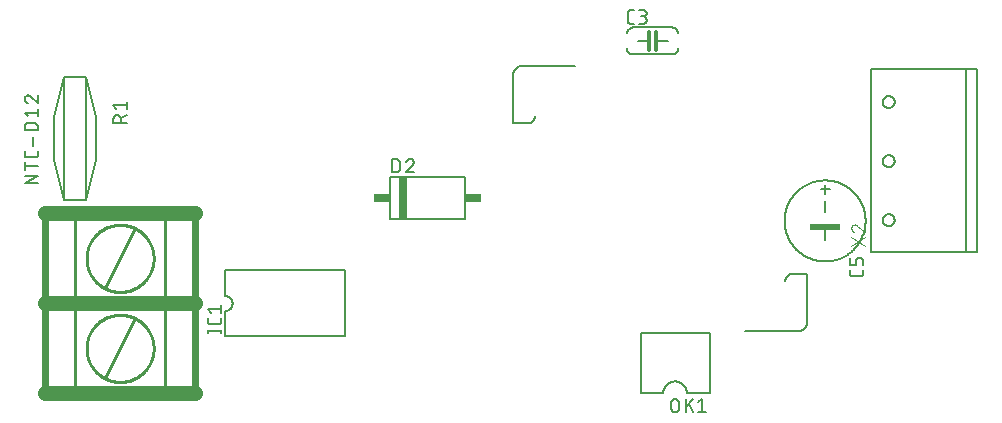
<source format=gbr>
G04 EAGLE Gerber X2 export*
%TF.Part,Single*%
%TF.FileFunction,Legend,Top,1*%
%TF.FilePolarity,Positive*%
%TF.GenerationSoftware,Autodesk,EAGLE,8.6.0*%
%TF.CreationDate,2018-01-28T12:09:13Z*%
G75*
%MOMM*%
%FSLAX34Y34*%
%LPD*%
%AMOC8*
5,1,8,0,0,1.08239X$1,22.5*%
G01*
%ADD10C,0.152400*%
%ADD11C,0.304800*%
%ADD12C,0.127000*%
%ADD13R,2.540000X0.508000*%
%ADD14R,0.635000X3.556000*%
%ADD15R,1.397000X0.762000*%
%ADD16C,0.609600*%
%ADD17C,1.270000*%
%ADD18C,0.254000*%
%ADD19C,0.101600*%


D10*
X523240Y322580D02*
X523100Y322578D01*
X522960Y322572D01*
X522820Y322563D01*
X522681Y322549D01*
X522542Y322532D01*
X522404Y322511D01*
X522266Y322486D01*
X522129Y322457D01*
X521993Y322425D01*
X521858Y322388D01*
X521724Y322348D01*
X521591Y322305D01*
X521459Y322257D01*
X521328Y322207D01*
X521199Y322152D01*
X521072Y322094D01*
X520946Y322033D01*
X520822Y321968D01*
X520700Y321899D01*
X520580Y321828D01*
X520462Y321753D01*
X520345Y321675D01*
X520231Y321593D01*
X520120Y321509D01*
X520011Y321421D01*
X519904Y321331D01*
X519799Y321237D01*
X519698Y321141D01*
X519599Y321042D01*
X519503Y320941D01*
X519409Y320836D01*
X519319Y320729D01*
X519231Y320620D01*
X519147Y320509D01*
X519065Y320395D01*
X518987Y320278D01*
X518912Y320160D01*
X518841Y320040D01*
X518772Y319918D01*
X518707Y319794D01*
X518646Y319668D01*
X518588Y319541D01*
X518533Y319412D01*
X518483Y319281D01*
X518435Y319149D01*
X518392Y319016D01*
X518352Y318882D01*
X518315Y318747D01*
X518283Y318611D01*
X518254Y318474D01*
X518229Y318336D01*
X518208Y318198D01*
X518191Y318059D01*
X518177Y317920D01*
X518168Y317780D01*
X518162Y317640D01*
X518160Y317500D01*
X518160Y304800D02*
X518162Y304660D01*
X518168Y304520D01*
X518177Y304380D01*
X518191Y304241D01*
X518208Y304102D01*
X518229Y303964D01*
X518254Y303826D01*
X518283Y303689D01*
X518315Y303553D01*
X518352Y303418D01*
X518392Y303284D01*
X518435Y303151D01*
X518483Y303019D01*
X518533Y302888D01*
X518588Y302759D01*
X518646Y302632D01*
X518707Y302506D01*
X518772Y302382D01*
X518841Y302260D01*
X518912Y302140D01*
X518987Y302022D01*
X519065Y301905D01*
X519147Y301791D01*
X519231Y301680D01*
X519319Y301571D01*
X519409Y301464D01*
X519503Y301359D01*
X519599Y301258D01*
X519698Y301159D01*
X519799Y301063D01*
X519904Y300969D01*
X520011Y300879D01*
X520120Y300791D01*
X520231Y300707D01*
X520345Y300625D01*
X520462Y300547D01*
X520580Y300472D01*
X520700Y300401D01*
X520822Y300332D01*
X520946Y300267D01*
X521072Y300206D01*
X521199Y300148D01*
X521328Y300093D01*
X521459Y300043D01*
X521591Y299995D01*
X521724Y299952D01*
X521858Y299912D01*
X521993Y299875D01*
X522129Y299843D01*
X522266Y299814D01*
X522404Y299789D01*
X522542Y299768D01*
X522681Y299751D01*
X522820Y299737D01*
X522960Y299728D01*
X523100Y299722D01*
X523240Y299720D01*
X523240Y322580D02*
X556260Y322580D01*
X556260Y299720D02*
X523240Y299720D01*
X556260Y322580D02*
X556400Y322578D01*
X556540Y322572D01*
X556680Y322563D01*
X556819Y322549D01*
X556958Y322532D01*
X557096Y322511D01*
X557234Y322486D01*
X557371Y322457D01*
X557507Y322425D01*
X557642Y322388D01*
X557776Y322348D01*
X557909Y322305D01*
X558041Y322257D01*
X558172Y322207D01*
X558301Y322152D01*
X558428Y322094D01*
X558554Y322033D01*
X558678Y321968D01*
X558800Y321899D01*
X558920Y321828D01*
X559038Y321753D01*
X559155Y321675D01*
X559269Y321593D01*
X559380Y321509D01*
X559489Y321421D01*
X559596Y321331D01*
X559701Y321237D01*
X559802Y321141D01*
X559901Y321042D01*
X559997Y320941D01*
X560091Y320836D01*
X560181Y320729D01*
X560269Y320620D01*
X560353Y320509D01*
X560435Y320395D01*
X560513Y320278D01*
X560588Y320160D01*
X560659Y320040D01*
X560728Y319918D01*
X560793Y319794D01*
X560854Y319668D01*
X560912Y319541D01*
X560967Y319412D01*
X561017Y319281D01*
X561065Y319149D01*
X561108Y319016D01*
X561148Y318882D01*
X561185Y318747D01*
X561217Y318611D01*
X561246Y318474D01*
X561271Y318336D01*
X561292Y318198D01*
X561309Y318059D01*
X561323Y317920D01*
X561332Y317780D01*
X561338Y317640D01*
X561340Y317500D01*
X561340Y304800D02*
X561338Y304660D01*
X561332Y304520D01*
X561323Y304380D01*
X561309Y304241D01*
X561292Y304102D01*
X561271Y303964D01*
X561246Y303826D01*
X561217Y303689D01*
X561185Y303553D01*
X561148Y303418D01*
X561108Y303284D01*
X561065Y303151D01*
X561017Y303019D01*
X560967Y302888D01*
X560912Y302759D01*
X560854Y302632D01*
X560793Y302506D01*
X560728Y302382D01*
X560659Y302260D01*
X560588Y302140D01*
X560513Y302022D01*
X560435Y301905D01*
X560353Y301791D01*
X560269Y301680D01*
X560181Y301571D01*
X560091Y301464D01*
X559997Y301359D01*
X559901Y301258D01*
X559802Y301159D01*
X559701Y301063D01*
X559596Y300969D01*
X559489Y300879D01*
X559380Y300791D01*
X559269Y300707D01*
X559155Y300625D01*
X559038Y300547D01*
X558920Y300472D01*
X558800Y300401D01*
X558678Y300332D01*
X558554Y300267D01*
X558428Y300206D01*
X558301Y300148D01*
X558172Y300093D01*
X558041Y300043D01*
X557909Y299995D01*
X557776Y299952D01*
X557642Y299912D01*
X557507Y299875D01*
X557371Y299843D01*
X557234Y299814D01*
X557096Y299789D01*
X556958Y299768D01*
X556819Y299751D01*
X556680Y299737D01*
X556540Y299728D01*
X556400Y299722D01*
X556260Y299720D01*
D11*
X536702Y311150D02*
X536702Y318770D01*
X536702Y311150D02*
X536702Y303530D01*
X543052Y311150D02*
X543052Y318770D01*
X543052Y311150D02*
X543052Y303530D01*
D10*
X543052Y311150D02*
X552450Y311150D01*
X536702Y311150D02*
X527050Y311150D01*
D12*
X523875Y325755D02*
X521335Y325755D01*
X521235Y325757D01*
X521136Y325763D01*
X521036Y325773D01*
X520938Y325786D01*
X520839Y325804D01*
X520742Y325825D01*
X520646Y325850D01*
X520550Y325879D01*
X520456Y325912D01*
X520363Y325948D01*
X520272Y325988D01*
X520182Y326032D01*
X520094Y326079D01*
X520008Y326129D01*
X519924Y326183D01*
X519842Y326240D01*
X519763Y326300D01*
X519685Y326364D01*
X519611Y326430D01*
X519539Y326499D01*
X519470Y326571D01*
X519404Y326645D01*
X519340Y326723D01*
X519280Y326802D01*
X519223Y326884D01*
X519169Y326968D01*
X519119Y327054D01*
X519072Y327142D01*
X519028Y327232D01*
X518988Y327323D01*
X518952Y327416D01*
X518919Y327510D01*
X518890Y327606D01*
X518865Y327702D01*
X518844Y327799D01*
X518826Y327898D01*
X518813Y327996D01*
X518803Y328096D01*
X518797Y328195D01*
X518795Y328295D01*
X518795Y334645D01*
X518797Y334745D01*
X518803Y334844D01*
X518813Y334944D01*
X518826Y335042D01*
X518844Y335141D01*
X518865Y335238D01*
X518890Y335334D01*
X518919Y335430D01*
X518952Y335524D01*
X518988Y335617D01*
X519028Y335708D01*
X519072Y335798D01*
X519119Y335886D01*
X519169Y335972D01*
X519223Y336056D01*
X519280Y336138D01*
X519340Y336217D01*
X519404Y336295D01*
X519470Y336369D01*
X519539Y336441D01*
X519611Y336510D01*
X519685Y336576D01*
X519763Y336640D01*
X519842Y336700D01*
X519924Y336757D01*
X520008Y336811D01*
X520094Y336861D01*
X520182Y336908D01*
X520272Y336952D01*
X520363Y336992D01*
X520456Y337028D01*
X520550Y337061D01*
X520646Y337090D01*
X520742Y337115D01*
X520839Y337136D01*
X520938Y337154D01*
X521036Y337167D01*
X521136Y337177D01*
X521235Y337183D01*
X521335Y337185D01*
X523875Y337185D01*
X528357Y325755D02*
X531532Y325755D01*
X531643Y325757D01*
X531753Y325763D01*
X531864Y325772D01*
X531974Y325786D01*
X532083Y325803D01*
X532192Y325824D01*
X532300Y325849D01*
X532407Y325878D01*
X532513Y325910D01*
X532618Y325946D01*
X532721Y325986D01*
X532823Y326029D01*
X532924Y326076D01*
X533023Y326127D01*
X533120Y326180D01*
X533214Y326237D01*
X533307Y326298D01*
X533398Y326361D01*
X533487Y326428D01*
X533573Y326498D01*
X533656Y326571D01*
X533738Y326646D01*
X533816Y326724D01*
X533891Y326806D01*
X533964Y326889D01*
X534034Y326975D01*
X534101Y327064D01*
X534164Y327155D01*
X534225Y327248D01*
X534282Y327342D01*
X534335Y327439D01*
X534386Y327538D01*
X534433Y327639D01*
X534476Y327741D01*
X534516Y327844D01*
X534552Y327949D01*
X534584Y328055D01*
X534613Y328162D01*
X534638Y328270D01*
X534659Y328379D01*
X534676Y328488D01*
X534690Y328598D01*
X534699Y328709D01*
X534705Y328819D01*
X534707Y328930D01*
X534705Y329041D01*
X534699Y329151D01*
X534690Y329262D01*
X534676Y329372D01*
X534659Y329481D01*
X534638Y329590D01*
X534613Y329698D01*
X534584Y329805D01*
X534552Y329911D01*
X534516Y330016D01*
X534476Y330119D01*
X534433Y330221D01*
X534386Y330322D01*
X534335Y330421D01*
X534282Y330517D01*
X534225Y330612D01*
X534164Y330705D01*
X534101Y330796D01*
X534034Y330885D01*
X533964Y330971D01*
X533891Y331054D01*
X533816Y331136D01*
X533738Y331214D01*
X533656Y331289D01*
X533573Y331362D01*
X533487Y331432D01*
X533398Y331499D01*
X533307Y331562D01*
X533214Y331623D01*
X533120Y331680D01*
X533023Y331733D01*
X532924Y331784D01*
X532823Y331831D01*
X532721Y331874D01*
X532618Y331914D01*
X532513Y331950D01*
X532407Y331982D01*
X532300Y332011D01*
X532192Y332036D01*
X532083Y332057D01*
X531974Y332074D01*
X531864Y332088D01*
X531753Y332097D01*
X531643Y332103D01*
X531532Y332105D01*
X532167Y337185D02*
X528357Y337185D01*
X532167Y337185D02*
X532267Y337183D01*
X532366Y337177D01*
X532466Y337167D01*
X532564Y337154D01*
X532663Y337136D01*
X532760Y337115D01*
X532856Y337090D01*
X532952Y337061D01*
X533046Y337028D01*
X533139Y336992D01*
X533230Y336952D01*
X533320Y336908D01*
X533408Y336861D01*
X533494Y336811D01*
X533578Y336757D01*
X533660Y336700D01*
X533739Y336640D01*
X533817Y336576D01*
X533891Y336510D01*
X533963Y336441D01*
X534032Y336369D01*
X534098Y336295D01*
X534162Y336217D01*
X534222Y336138D01*
X534279Y336056D01*
X534333Y335972D01*
X534383Y335886D01*
X534430Y335798D01*
X534474Y335708D01*
X534514Y335617D01*
X534550Y335524D01*
X534583Y335430D01*
X534612Y335334D01*
X534637Y335238D01*
X534658Y335141D01*
X534676Y335042D01*
X534689Y334944D01*
X534699Y334844D01*
X534705Y334745D01*
X534707Y334645D01*
X534705Y334545D01*
X534699Y334446D01*
X534689Y334346D01*
X534676Y334248D01*
X534658Y334149D01*
X534637Y334052D01*
X534612Y333956D01*
X534583Y333860D01*
X534550Y333766D01*
X534514Y333673D01*
X534474Y333582D01*
X534430Y333492D01*
X534383Y333404D01*
X534333Y333318D01*
X534279Y333234D01*
X534222Y333152D01*
X534162Y333073D01*
X534098Y332995D01*
X534032Y332921D01*
X533963Y332849D01*
X533891Y332780D01*
X533817Y332714D01*
X533739Y332650D01*
X533660Y332590D01*
X533578Y332533D01*
X533494Y332479D01*
X533408Y332429D01*
X533320Y332382D01*
X533230Y332338D01*
X533139Y332298D01*
X533046Y332262D01*
X532952Y332229D01*
X532856Y332200D01*
X532760Y332175D01*
X532663Y332154D01*
X532564Y332136D01*
X532466Y332123D01*
X532366Y332113D01*
X532267Y332107D01*
X532167Y332105D01*
X529627Y332105D01*
D10*
X685800Y189230D02*
X685800Y181610D01*
X681990Y185420D02*
X689610Y185420D01*
X685800Y175260D02*
X685800Y166370D01*
X685800Y152400D02*
X685800Y142240D01*
X651510Y158750D02*
X651520Y159592D01*
X651551Y160433D01*
X651603Y161273D01*
X651675Y162111D01*
X651768Y162947D01*
X651881Y163781D01*
X652015Y164612D01*
X652169Y165440D01*
X652343Y166263D01*
X652538Y167082D01*
X652752Y167896D01*
X652987Y168704D01*
X653241Y169506D01*
X653514Y170302D01*
X653808Y171091D01*
X654120Y171872D01*
X654452Y172646D01*
X654802Y173411D01*
X655171Y174167D01*
X655559Y174914D01*
X655965Y175651D01*
X656388Y176379D01*
X656830Y177095D01*
X657289Y177801D01*
X657765Y178494D01*
X658258Y179177D01*
X658768Y179846D01*
X659293Y180503D01*
X659835Y181147D01*
X660393Y181778D01*
X660966Y182394D01*
X661553Y182997D01*
X662156Y183584D01*
X662772Y184157D01*
X663403Y184715D01*
X664047Y185257D01*
X664704Y185782D01*
X665373Y186292D01*
X666056Y186785D01*
X666749Y187261D01*
X667455Y187720D01*
X668171Y188162D01*
X668899Y188585D01*
X669636Y188991D01*
X670383Y189379D01*
X671139Y189748D01*
X671904Y190098D01*
X672678Y190430D01*
X673459Y190742D01*
X674248Y191036D01*
X675044Y191309D01*
X675846Y191563D01*
X676654Y191798D01*
X677468Y192012D01*
X678287Y192207D01*
X679110Y192381D01*
X679938Y192535D01*
X680769Y192669D01*
X681603Y192782D01*
X682439Y192875D01*
X683277Y192947D01*
X684117Y192999D01*
X684958Y193030D01*
X685800Y193040D01*
X686642Y193030D01*
X687483Y192999D01*
X688323Y192947D01*
X689161Y192875D01*
X689997Y192782D01*
X690831Y192669D01*
X691662Y192535D01*
X692490Y192381D01*
X693313Y192207D01*
X694132Y192012D01*
X694946Y191798D01*
X695754Y191563D01*
X696556Y191309D01*
X697352Y191036D01*
X698141Y190742D01*
X698922Y190430D01*
X699696Y190098D01*
X700461Y189748D01*
X701217Y189379D01*
X701964Y188991D01*
X702701Y188585D01*
X703429Y188162D01*
X704145Y187720D01*
X704851Y187261D01*
X705544Y186785D01*
X706227Y186292D01*
X706896Y185782D01*
X707553Y185257D01*
X708197Y184715D01*
X708828Y184157D01*
X709444Y183584D01*
X710047Y182997D01*
X710634Y182394D01*
X711207Y181778D01*
X711765Y181147D01*
X712307Y180503D01*
X712832Y179846D01*
X713342Y179177D01*
X713835Y178494D01*
X714311Y177801D01*
X714770Y177095D01*
X715212Y176379D01*
X715635Y175651D01*
X716041Y174914D01*
X716429Y174167D01*
X716798Y173411D01*
X717148Y172646D01*
X717480Y171872D01*
X717792Y171091D01*
X718086Y170302D01*
X718359Y169506D01*
X718613Y168704D01*
X718848Y167896D01*
X719062Y167082D01*
X719257Y166263D01*
X719431Y165440D01*
X719585Y164612D01*
X719719Y163781D01*
X719832Y162947D01*
X719925Y162111D01*
X719997Y161273D01*
X720049Y160433D01*
X720080Y159592D01*
X720090Y158750D01*
X720080Y157908D01*
X720049Y157067D01*
X719997Y156227D01*
X719925Y155389D01*
X719832Y154553D01*
X719719Y153719D01*
X719585Y152888D01*
X719431Y152060D01*
X719257Y151237D01*
X719062Y150418D01*
X718848Y149604D01*
X718613Y148796D01*
X718359Y147994D01*
X718086Y147198D01*
X717792Y146409D01*
X717480Y145628D01*
X717148Y144854D01*
X716798Y144089D01*
X716429Y143333D01*
X716041Y142586D01*
X715635Y141849D01*
X715212Y141121D01*
X714770Y140405D01*
X714311Y139699D01*
X713835Y139006D01*
X713342Y138323D01*
X712832Y137654D01*
X712307Y136997D01*
X711765Y136353D01*
X711207Y135722D01*
X710634Y135106D01*
X710047Y134503D01*
X709444Y133916D01*
X708828Y133343D01*
X708197Y132785D01*
X707553Y132243D01*
X706896Y131718D01*
X706227Y131208D01*
X705544Y130715D01*
X704851Y130239D01*
X704145Y129780D01*
X703429Y129338D01*
X702701Y128915D01*
X701964Y128509D01*
X701217Y128121D01*
X700461Y127752D01*
X699696Y127402D01*
X698922Y127070D01*
X698141Y126758D01*
X697352Y126464D01*
X696556Y126191D01*
X695754Y125937D01*
X694946Y125702D01*
X694132Y125488D01*
X693313Y125293D01*
X692490Y125119D01*
X691662Y124965D01*
X690831Y124831D01*
X689997Y124718D01*
X689161Y124625D01*
X688323Y124553D01*
X687483Y124501D01*
X686642Y124470D01*
X685800Y124460D01*
X684958Y124470D01*
X684117Y124501D01*
X683277Y124553D01*
X682439Y124625D01*
X681603Y124718D01*
X680769Y124831D01*
X679938Y124965D01*
X679110Y125119D01*
X678287Y125293D01*
X677468Y125488D01*
X676654Y125702D01*
X675846Y125937D01*
X675044Y126191D01*
X674248Y126464D01*
X673459Y126758D01*
X672678Y127070D01*
X671904Y127402D01*
X671139Y127752D01*
X670383Y128121D01*
X669636Y128509D01*
X668899Y128915D01*
X668171Y129338D01*
X667455Y129780D01*
X666749Y130239D01*
X666056Y130715D01*
X665373Y131208D01*
X664704Y131718D01*
X664047Y132243D01*
X663403Y132785D01*
X662772Y133343D01*
X662156Y133916D01*
X661553Y134503D01*
X660966Y135106D01*
X660393Y135722D01*
X659835Y136353D01*
X659293Y136997D01*
X658768Y137654D01*
X658258Y138323D01*
X657765Y139006D01*
X657289Y139699D01*
X656830Y140405D01*
X656388Y141121D01*
X655965Y141849D01*
X655559Y142586D01*
X655171Y143333D01*
X654802Y144089D01*
X654452Y144854D01*
X654120Y145628D01*
X653808Y146409D01*
X653514Y147198D01*
X653241Y147994D01*
X652987Y148796D01*
X652752Y149604D01*
X652538Y150418D01*
X652343Y151237D01*
X652169Y152060D01*
X652015Y152888D01*
X651881Y153719D01*
X651768Y154553D01*
X651675Y155389D01*
X651603Y156227D01*
X651551Y157067D01*
X651520Y157908D01*
X651510Y158750D01*
D12*
X718185Y116803D02*
X718185Y114263D01*
X718183Y114163D01*
X718177Y114064D01*
X718167Y113964D01*
X718154Y113866D01*
X718136Y113767D01*
X718115Y113670D01*
X718090Y113574D01*
X718061Y113478D01*
X718028Y113384D01*
X717992Y113291D01*
X717952Y113200D01*
X717908Y113110D01*
X717861Y113022D01*
X717811Y112936D01*
X717757Y112852D01*
X717700Y112770D01*
X717640Y112691D01*
X717576Y112613D01*
X717510Y112539D01*
X717441Y112467D01*
X717369Y112398D01*
X717295Y112332D01*
X717217Y112268D01*
X717138Y112208D01*
X717056Y112151D01*
X716972Y112097D01*
X716886Y112047D01*
X716798Y112000D01*
X716708Y111956D01*
X716617Y111916D01*
X716524Y111880D01*
X716430Y111847D01*
X716334Y111818D01*
X716238Y111793D01*
X716141Y111772D01*
X716042Y111754D01*
X715944Y111741D01*
X715844Y111731D01*
X715745Y111725D01*
X715645Y111723D01*
X709295Y111723D01*
X709195Y111725D01*
X709096Y111731D01*
X708996Y111741D01*
X708898Y111754D01*
X708799Y111772D01*
X708702Y111793D01*
X708606Y111818D01*
X708510Y111847D01*
X708416Y111880D01*
X708323Y111916D01*
X708232Y111956D01*
X708142Y112000D01*
X708054Y112047D01*
X707968Y112097D01*
X707884Y112151D01*
X707802Y112208D01*
X707723Y112268D01*
X707645Y112332D01*
X707571Y112398D01*
X707499Y112467D01*
X707430Y112539D01*
X707364Y112613D01*
X707300Y112691D01*
X707240Y112770D01*
X707183Y112852D01*
X707129Y112936D01*
X707079Y113022D01*
X707032Y113110D01*
X706988Y113200D01*
X706948Y113291D01*
X706912Y113384D01*
X706879Y113478D01*
X706850Y113574D01*
X706825Y113670D01*
X706804Y113767D01*
X706786Y113866D01*
X706773Y113964D01*
X706763Y114064D01*
X706757Y114163D01*
X706755Y114263D01*
X706755Y116803D01*
X718185Y121285D02*
X718185Y125095D01*
X718183Y125195D01*
X718177Y125294D01*
X718167Y125394D01*
X718154Y125492D01*
X718136Y125591D01*
X718115Y125688D01*
X718090Y125784D01*
X718061Y125880D01*
X718028Y125974D01*
X717992Y126067D01*
X717952Y126158D01*
X717908Y126248D01*
X717861Y126336D01*
X717811Y126422D01*
X717757Y126506D01*
X717700Y126588D01*
X717640Y126667D01*
X717576Y126745D01*
X717510Y126819D01*
X717441Y126891D01*
X717369Y126960D01*
X717295Y127026D01*
X717217Y127090D01*
X717138Y127150D01*
X717056Y127207D01*
X716972Y127261D01*
X716886Y127311D01*
X716798Y127358D01*
X716708Y127402D01*
X716617Y127442D01*
X716524Y127478D01*
X716430Y127511D01*
X716334Y127540D01*
X716238Y127565D01*
X716141Y127586D01*
X716042Y127604D01*
X715944Y127617D01*
X715844Y127627D01*
X715745Y127633D01*
X715645Y127635D01*
X714375Y127635D01*
X714275Y127633D01*
X714176Y127627D01*
X714076Y127617D01*
X713978Y127604D01*
X713879Y127586D01*
X713782Y127565D01*
X713686Y127540D01*
X713590Y127511D01*
X713496Y127478D01*
X713403Y127442D01*
X713312Y127402D01*
X713222Y127358D01*
X713134Y127311D01*
X713048Y127261D01*
X712964Y127207D01*
X712882Y127150D01*
X712803Y127090D01*
X712725Y127026D01*
X712651Y126960D01*
X712579Y126891D01*
X712510Y126819D01*
X712444Y126745D01*
X712380Y126667D01*
X712320Y126588D01*
X712263Y126506D01*
X712209Y126422D01*
X712159Y126336D01*
X712112Y126248D01*
X712068Y126158D01*
X712028Y126067D01*
X711992Y125974D01*
X711959Y125880D01*
X711930Y125784D01*
X711905Y125688D01*
X711884Y125591D01*
X711866Y125492D01*
X711853Y125394D01*
X711843Y125294D01*
X711837Y125195D01*
X711835Y125095D01*
X711835Y121285D01*
X706755Y121285D01*
X706755Y127635D01*
D13*
X685800Y153670D03*
D10*
X381000Y160020D02*
X317500Y160020D01*
X317500Y195580D02*
X381000Y195580D01*
X381000Y160020D01*
X317500Y160020D02*
X317500Y195580D01*
D12*
X319405Y200025D02*
X319405Y211455D01*
X322580Y211455D01*
X322691Y211453D01*
X322801Y211447D01*
X322912Y211438D01*
X323022Y211424D01*
X323131Y211407D01*
X323240Y211386D01*
X323348Y211361D01*
X323455Y211332D01*
X323561Y211300D01*
X323666Y211264D01*
X323769Y211224D01*
X323871Y211181D01*
X323972Y211134D01*
X324071Y211083D01*
X324168Y211030D01*
X324262Y210973D01*
X324355Y210912D01*
X324446Y210849D01*
X324535Y210782D01*
X324621Y210712D01*
X324704Y210639D01*
X324786Y210564D01*
X324864Y210486D01*
X324939Y210404D01*
X325012Y210321D01*
X325082Y210235D01*
X325149Y210146D01*
X325212Y210055D01*
X325273Y209962D01*
X325330Y209868D01*
X325383Y209771D01*
X325434Y209672D01*
X325481Y209571D01*
X325524Y209469D01*
X325564Y209366D01*
X325600Y209261D01*
X325632Y209155D01*
X325661Y209048D01*
X325686Y208940D01*
X325707Y208831D01*
X325724Y208722D01*
X325738Y208612D01*
X325747Y208501D01*
X325753Y208391D01*
X325755Y208280D01*
X325755Y203200D01*
X325753Y203089D01*
X325747Y202979D01*
X325738Y202868D01*
X325724Y202758D01*
X325707Y202649D01*
X325686Y202540D01*
X325661Y202432D01*
X325632Y202325D01*
X325600Y202219D01*
X325564Y202114D01*
X325524Y202011D01*
X325481Y201909D01*
X325434Y201808D01*
X325383Y201709D01*
X325330Y201612D01*
X325273Y201518D01*
X325212Y201425D01*
X325149Y201334D01*
X325082Y201245D01*
X325012Y201159D01*
X324939Y201076D01*
X324864Y200994D01*
X324786Y200916D01*
X324704Y200841D01*
X324621Y200768D01*
X324535Y200698D01*
X324446Y200631D01*
X324355Y200568D01*
X324262Y200507D01*
X324168Y200450D01*
X324071Y200397D01*
X323972Y200346D01*
X323871Y200299D01*
X323769Y200256D01*
X323666Y200216D01*
X323561Y200180D01*
X323455Y200148D01*
X323348Y200119D01*
X323240Y200094D01*
X323131Y200073D01*
X323022Y200056D01*
X322912Y200042D01*
X322801Y200033D01*
X322691Y200027D01*
X322580Y200025D01*
X319405Y200025D01*
X334709Y211456D02*
X334813Y211454D01*
X334918Y211448D01*
X335022Y211439D01*
X335125Y211426D01*
X335228Y211408D01*
X335330Y211388D01*
X335432Y211363D01*
X335532Y211335D01*
X335632Y211303D01*
X335730Y211267D01*
X335827Y211228D01*
X335922Y211186D01*
X336016Y211140D01*
X336108Y211090D01*
X336198Y211038D01*
X336286Y210982D01*
X336372Y210922D01*
X336456Y210860D01*
X336537Y210795D01*
X336616Y210727D01*
X336693Y210655D01*
X336766Y210582D01*
X336838Y210505D01*
X336906Y210426D01*
X336971Y210345D01*
X337033Y210261D01*
X337093Y210175D01*
X337149Y210087D01*
X337201Y209997D01*
X337251Y209905D01*
X337297Y209811D01*
X337339Y209716D01*
X337378Y209619D01*
X337414Y209521D01*
X337446Y209421D01*
X337474Y209321D01*
X337499Y209219D01*
X337519Y209117D01*
X337537Y209014D01*
X337550Y208911D01*
X337559Y208807D01*
X337565Y208702D01*
X337567Y208598D01*
X334709Y211455D02*
X334591Y211453D01*
X334472Y211447D01*
X334354Y211438D01*
X334237Y211425D01*
X334120Y211407D01*
X334003Y211387D01*
X333887Y211362D01*
X333772Y211334D01*
X333659Y211301D01*
X333546Y211266D01*
X333434Y211226D01*
X333324Y211184D01*
X333215Y211137D01*
X333107Y211087D01*
X333002Y211034D01*
X332898Y210977D01*
X332796Y210917D01*
X332696Y210854D01*
X332598Y210787D01*
X332502Y210718D01*
X332409Y210645D01*
X332318Y210569D01*
X332229Y210491D01*
X332143Y210409D01*
X332060Y210325D01*
X331979Y210239D01*
X331902Y210149D01*
X331827Y210058D01*
X331755Y209964D01*
X331686Y209867D01*
X331621Y209769D01*
X331558Y209668D01*
X331499Y209565D01*
X331443Y209461D01*
X331391Y209355D01*
X331342Y209247D01*
X331297Y209138D01*
X331255Y209027D01*
X331217Y208915D01*
X336614Y206376D02*
X336690Y206451D01*
X336765Y206530D01*
X336836Y206611D01*
X336905Y206695D01*
X336970Y206781D01*
X337032Y206869D01*
X337092Y206959D01*
X337148Y207051D01*
X337201Y207146D01*
X337250Y207242D01*
X337296Y207340D01*
X337339Y207439D01*
X337378Y207540D01*
X337413Y207642D01*
X337445Y207745D01*
X337473Y207849D01*
X337498Y207954D01*
X337519Y208061D01*
X337536Y208167D01*
X337549Y208274D01*
X337558Y208382D01*
X337564Y208490D01*
X337566Y208598D01*
X336614Y206375D02*
X331216Y200025D01*
X337566Y200025D01*
D14*
X328295Y177800D03*
D15*
X310515Y177800D03*
X387985Y177800D03*
D10*
X177800Y95250D02*
X177958Y95248D01*
X178117Y95242D01*
X178275Y95232D01*
X178432Y95218D01*
X178590Y95201D01*
X178746Y95179D01*
X178903Y95154D01*
X179058Y95124D01*
X179213Y95091D01*
X179367Y95054D01*
X179520Y95013D01*
X179672Y94968D01*
X179822Y94919D01*
X179972Y94867D01*
X180120Y94811D01*
X180267Y94751D01*
X180412Y94688D01*
X180555Y94621D01*
X180697Y94551D01*
X180837Y94477D01*
X180975Y94399D01*
X181111Y94318D01*
X181245Y94234D01*
X181377Y94147D01*
X181507Y94056D01*
X181634Y93962D01*
X181759Y93865D01*
X181882Y93764D01*
X182002Y93661D01*
X182119Y93555D01*
X182234Y93446D01*
X182346Y93334D01*
X182455Y93219D01*
X182561Y93102D01*
X182664Y92982D01*
X182765Y92859D01*
X182862Y92734D01*
X182956Y92607D01*
X183047Y92477D01*
X183134Y92345D01*
X183218Y92211D01*
X183299Y92075D01*
X183377Y91937D01*
X183451Y91797D01*
X183521Y91655D01*
X183588Y91512D01*
X183651Y91367D01*
X183711Y91220D01*
X183767Y91072D01*
X183819Y90922D01*
X183868Y90772D01*
X183913Y90620D01*
X183954Y90467D01*
X183991Y90313D01*
X184024Y90158D01*
X184054Y90003D01*
X184079Y89846D01*
X184101Y89690D01*
X184118Y89532D01*
X184132Y89375D01*
X184142Y89217D01*
X184148Y89058D01*
X184150Y88900D01*
X184148Y88742D01*
X184142Y88583D01*
X184132Y88425D01*
X184118Y88268D01*
X184101Y88110D01*
X184079Y87954D01*
X184054Y87797D01*
X184024Y87642D01*
X183991Y87487D01*
X183954Y87333D01*
X183913Y87180D01*
X183868Y87028D01*
X183819Y86878D01*
X183767Y86728D01*
X183711Y86580D01*
X183651Y86433D01*
X183588Y86288D01*
X183521Y86145D01*
X183451Y86003D01*
X183377Y85863D01*
X183299Y85725D01*
X183218Y85589D01*
X183134Y85455D01*
X183047Y85323D01*
X182956Y85193D01*
X182862Y85066D01*
X182765Y84941D01*
X182664Y84818D01*
X182561Y84698D01*
X182455Y84581D01*
X182346Y84466D01*
X182234Y84354D01*
X182119Y84245D01*
X182002Y84139D01*
X181882Y84036D01*
X181759Y83935D01*
X181634Y83838D01*
X181507Y83744D01*
X181377Y83653D01*
X181245Y83566D01*
X181111Y83482D01*
X180975Y83401D01*
X180837Y83323D01*
X180697Y83249D01*
X180555Y83179D01*
X180412Y83112D01*
X180267Y83049D01*
X180120Y82989D01*
X179972Y82933D01*
X179822Y82881D01*
X179672Y82832D01*
X179520Y82787D01*
X179367Y82746D01*
X179213Y82709D01*
X179058Y82676D01*
X178903Y82646D01*
X178746Y82621D01*
X178590Y82599D01*
X178432Y82582D01*
X178275Y82568D01*
X178117Y82558D01*
X177958Y82552D01*
X177800Y82550D01*
X177800Y60960D01*
X279400Y60960D01*
X279400Y116840D01*
X177800Y116840D01*
X177800Y95250D01*
D12*
X174371Y65405D02*
X162941Y65405D01*
X174371Y64135D02*
X174371Y66675D01*
X162941Y66675D02*
X162941Y64135D01*
X174371Y73877D02*
X174371Y76417D01*
X174371Y73877D02*
X174369Y73777D01*
X174363Y73678D01*
X174353Y73578D01*
X174340Y73480D01*
X174322Y73381D01*
X174301Y73284D01*
X174276Y73188D01*
X174247Y73092D01*
X174214Y72998D01*
X174178Y72905D01*
X174138Y72814D01*
X174094Y72724D01*
X174047Y72636D01*
X173997Y72550D01*
X173943Y72466D01*
X173886Y72384D01*
X173826Y72305D01*
X173762Y72227D01*
X173696Y72153D01*
X173627Y72081D01*
X173555Y72012D01*
X173481Y71946D01*
X173403Y71882D01*
X173324Y71822D01*
X173242Y71765D01*
X173158Y71711D01*
X173072Y71661D01*
X172984Y71614D01*
X172894Y71570D01*
X172803Y71530D01*
X172710Y71494D01*
X172616Y71461D01*
X172520Y71432D01*
X172424Y71407D01*
X172327Y71386D01*
X172228Y71368D01*
X172130Y71355D01*
X172030Y71345D01*
X171931Y71339D01*
X171831Y71337D01*
X165481Y71337D01*
X165381Y71339D01*
X165282Y71345D01*
X165182Y71355D01*
X165084Y71368D01*
X164985Y71386D01*
X164888Y71407D01*
X164792Y71432D01*
X164696Y71461D01*
X164602Y71494D01*
X164509Y71530D01*
X164418Y71570D01*
X164328Y71614D01*
X164240Y71661D01*
X164154Y71711D01*
X164070Y71765D01*
X163988Y71822D01*
X163909Y71882D01*
X163831Y71946D01*
X163757Y72012D01*
X163685Y72081D01*
X163616Y72153D01*
X163550Y72227D01*
X163486Y72305D01*
X163426Y72384D01*
X163369Y72466D01*
X163315Y72550D01*
X163265Y72636D01*
X163218Y72724D01*
X163174Y72814D01*
X163134Y72905D01*
X163098Y72998D01*
X163065Y73092D01*
X163036Y73188D01*
X163011Y73284D01*
X162990Y73381D01*
X162972Y73480D01*
X162959Y73578D01*
X162949Y73678D01*
X162943Y73777D01*
X162941Y73877D01*
X162941Y76417D01*
X165481Y80899D02*
X162941Y84074D01*
X174371Y84074D01*
X174371Y80899D02*
X174371Y87249D01*
D10*
X529590Y63500D02*
X529590Y12700D01*
X588010Y12700D02*
X588010Y63500D01*
X529590Y63500D01*
X529590Y12700D02*
X548640Y12700D01*
X568960Y12700D02*
X588010Y12700D01*
X568960Y12700D02*
X568957Y12947D01*
X568948Y13195D01*
X568933Y13442D01*
X568912Y13688D01*
X568885Y13934D01*
X568852Y14179D01*
X568813Y14424D01*
X568768Y14667D01*
X568717Y14909D01*
X568660Y15150D01*
X568598Y15389D01*
X568529Y15627D01*
X568455Y15863D01*
X568375Y16097D01*
X568290Y16329D01*
X568198Y16559D01*
X568102Y16787D01*
X567999Y17012D01*
X567892Y17235D01*
X567778Y17455D01*
X567660Y17672D01*
X567536Y17887D01*
X567407Y18098D01*
X567273Y18306D01*
X567134Y18511D01*
X566990Y18712D01*
X566842Y18910D01*
X566688Y19104D01*
X566530Y19294D01*
X566367Y19480D01*
X566200Y19662D01*
X566028Y19840D01*
X565852Y20014D01*
X565672Y20184D01*
X565487Y20349D01*
X565299Y20509D01*
X565107Y20665D01*
X564911Y20817D01*
X564712Y20963D01*
X564509Y21105D01*
X564302Y21241D01*
X564093Y21373D01*
X563880Y21499D01*
X563664Y21620D01*
X563446Y21736D01*
X563224Y21846D01*
X563000Y21951D01*
X562774Y22051D01*
X562545Y22145D01*
X562314Y22233D01*
X562080Y22316D01*
X561845Y22393D01*
X561608Y22464D01*
X561370Y22530D01*
X561130Y22589D01*
X560888Y22643D01*
X560645Y22691D01*
X560402Y22733D01*
X560157Y22769D01*
X559911Y22799D01*
X559665Y22823D01*
X559418Y22841D01*
X559171Y22853D01*
X558924Y22859D01*
X558676Y22859D01*
X558429Y22853D01*
X558182Y22841D01*
X557935Y22823D01*
X557689Y22799D01*
X557443Y22769D01*
X557198Y22733D01*
X556955Y22691D01*
X556712Y22643D01*
X556470Y22589D01*
X556230Y22530D01*
X555992Y22464D01*
X555755Y22393D01*
X555520Y22316D01*
X555286Y22233D01*
X555055Y22145D01*
X554826Y22051D01*
X554600Y21951D01*
X554376Y21846D01*
X554154Y21736D01*
X553936Y21620D01*
X553720Y21499D01*
X553507Y21373D01*
X553298Y21241D01*
X553091Y21105D01*
X552888Y20963D01*
X552689Y20817D01*
X552493Y20665D01*
X552301Y20509D01*
X552113Y20349D01*
X551928Y20184D01*
X551748Y20014D01*
X551572Y19840D01*
X551400Y19662D01*
X551233Y19480D01*
X551070Y19294D01*
X550912Y19104D01*
X550758Y18910D01*
X550610Y18712D01*
X550466Y18511D01*
X550327Y18306D01*
X550193Y18098D01*
X550064Y17887D01*
X549940Y17672D01*
X549822Y17455D01*
X549708Y17235D01*
X549601Y17012D01*
X549498Y16787D01*
X549402Y16559D01*
X549310Y16329D01*
X549225Y16097D01*
X549145Y15863D01*
X549071Y15627D01*
X549002Y15389D01*
X548940Y15150D01*
X548883Y14909D01*
X548832Y14667D01*
X548787Y14424D01*
X548748Y14179D01*
X548715Y13934D01*
X548688Y13688D01*
X548667Y13442D01*
X548652Y13195D01*
X548643Y12947D01*
X548640Y12700D01*
D12*
X555625Y5080D02*
X555625Y0D01*
X555625Y5080D02*
X555627Y5191D01*
X555633Y5301D01*
X555642Y5412D01*
X555656Y5522D01*
X555673Y5631D01*
X555694Y5740D01*
X555719Y5848D01*
X555748Y5955D01*
X555780Y6061D01*
X555816Y6166D01*
X555856Y6269D01*
X555899Y6371D01*
X555946Y6472D01*
X555997Y6571D01*
X556050Y6667D01*
X556107Y6762D01*
X556168Y6855D01*
X556231Y6946D01*
X556298Y7035D01*
X556368Y7121D01*
X556441Y7204D01*
X556516Y7286D01*
X556594Y7364D01*
X556676Y7439D01*
X556759Y7512D01*
X556845Y7582D01*
X556934Y7649D01*
X557025Y7712D01*
X557118Y7773D01*
X557213Y7830D01*
X557309Y7883D01*
X557408Y7934D01*
X557509Y7981D01*
X557611Y8024D01*
X557714Y8064D01*
X557819Y8100D01*
X557925Y8132D01*
X558032Y8161D01*
X558140Y8186D01*
X558249Y8207D01*
X558358Y8224D01*
X558468Y8238D01*
X558579Y8247D01*
X558689Y8253D01*
X558800Y8255D01*
X558911Y8253D01*
X559021Y8247D01*
X559132Y8238D01*
X559242Y8224D01*
X559351Y8207D01*
X559460Y8186D01*
X559568Y8161D01*
X559675Y8132D01*
X559781Y8100D01*
X559886Y8064D01*
X559989Y8024D01*
X560091Y7981D01*
X560192Y7934D01*
X560291Y7883D01*
X560388Y7830D01*
X560482Y7773D01*
X560575Y7712D01*
X560666Y7649D01*
X560755Y7582D01*
X560841Y7512D01*
X560924Y7439D01*
X561006Y7364D01*
X561084Y7286D01*
X561159Y7204D01*
X561232Y7121D01*
X561302Y7035D01*
X561369Y6946D01*
X561432Y6855D01*
X561493Y6762D01*
X561550Y6668D01*
X561603Y6571D01*
X561654Y6472D01*
X561701Y6371D01*
X561744Y6269D01*
X561784Y6166D01*
X561820Y6061D01*
X561852Y5955D01*
X561881Y5848D01*
X561906Y5740D01*
X561927Y5631D01*
X561944Y5522D01*
X561958Y5412D01*
X561967Y5301D01*
X561973Y5191D01*
X561975Y5080D01*
X561975Y0D01*
X561973Y-111D01*
X561967Y-221D01*
X561958Y-332D01*
X561944Y-442D01*
X561927Y-551D01*
X561906Y-660D01*
X561881Y-768D01*
X561852Y-875D01*
X561820Y-981D01*
X561784Y-1086D01*
X561744Y-1189D01*
X561701Y-1291D01*
X561654Y-1392D01*
X561603Y-1491D01*
X561550Y-1588D01*
X561493Y-1682D01*
X561432Y-1775D01*
X561369Y-1866D01*
X561302Y-1955D01*
X561232Y-2041D01*
X561159Y-2124D01*
X561084Y-2206D01*
X561006Y-2284D01*
X560924Y-2359D01*
X560841Y-2432D01*
X560755Y-2502D01*
X560666Y-2569D01*
X560575Y-2632D01*
X560482Y-2693D01*
X560388Y-2750D01*
X560291Y-2803D01*
X560192Y-2854D01*
X560091Y-2901D01*
X559989Y-2944D01*
X559886Y-2984D01*
X559781Y-3020D01*
X559675Y-3052D01*
X559568Y-3081D01*
X559460Y-3106D01*
X559351Y-3127D01*
X559242Y-3144D01*
X559132Y-3158D01*
X559021Y-3167D01*
X558911Y-3173D01*
X558800Y-3175D01*
X558689Y-3173D01*
X558579Y-3167D01*
X558468Y-3158D01*
X558358Y-3144D01*
X558249Y-3127D01*
X558140Y-3106D01*
X558032Y-3081D01*
X557925Y-3052D01*
X557819Y-3020D01*
X557714Y-2984D01*
X557611Y-2944D01*
X557509Y-2901D01*
X557408Y-2854D01*
X557309Y-2803D01*
X557213Y-2750D01*
X557118Y-2693D01*
X557025Y-2632D01*
X556934Y-2569D01*
X556845Y-2502D01*
X556759Y-2432D01*
X556676Y-2359D01*
X556594Y-2284D01*
X556516Y-2206D01*
X556441Y-2124D01*
X556368Y-2041D01*
X556298Y-1955D01*
X556231Y-1866D01*
X556168Y-1775D01*
X556107Y-1682D01*
X556050Y-1588D01*
X555997Y-1491D01*
X555946Y-1392D01*
X555899Y-1291D01*
X555856Y-1189D01*
X555816Y-1086D01*
X555780Y-981D01*
X555748Y-875D01*
X555719Y-768D01*
X555694Y-660D01*
X555673Y-551D01*
X555656Y-442D01*
X555642Y-332D01*
X555633Y-221D01*
X555627Y-111D01*
X555625Y0D01*
X567627Y-3175D02*
X567627Y8255D01*
X573977Y8255D02*
X567627Y1270D01*
X570167Y3810D02*
X573977Y-3175D01*
X578485Y5715D02*
X581660Y8255D01*
X581660Y-3175D01*
X578485Y-3175D02*
X584835Y-3175D01*
D10*
X59780Y177928D02*
X59780Y280941D01*
X59780Y176259D02*
X41820Y176259D01*
X41820Y280941D02*
X59780Y280941D01*
X32840Y210640D02*
X41820Y176259D01*
X41820Y279272D01*
X32840Y246560D02*
X32840Y210640D01*
X32840Y246560D02*
X41820Y280941D01*
X68760Y210640D02*
X59780Y176259D01*
X68760Y210640D02*
X68760Y246560D01*
X59780Y280941D01*
D12*
X83185Y242018D02*
X94615Y242018D01*
X83185Y242018D02*
X83185Y245193D01*
X83187Y245304D01*
X83193Y245414D01*
X83202Y245525D01*
X83216Y245635D01*
X83233Y245744D01*
X83254Y245853D01*
X83279Y245961D01*
X83308Y246068D01*
X83340Y246174D01*
X83376Y246279D01*
X83416Y246382D01*
X83459Y246484D01*
X83506Y246585D01*
X83557Y246684D01*
X83610Y246781D01*
X83667Y246875D01*
X83728Y246968D01*
X83791Y247059D01*
X83858Y247148D01*
X83928Y247234D01*
X84001Y247317D01*
X84076Y247399D01*
X84154Y247477D01*
X84236Y247552D01*
X84319Y247625D01*
X84405Y247695D01*
X84494Y247762D01*
X84585Y247825D01*
X84678Y247886D01*
X84773Y247943D01*
X84869Y247996D01*
X84968Y248047D01*
X85069Y248094D01*
X85171Y248137D01*
X85274Y248177D01*
X85379Y248213D01*
X85485Y248245D01*
X85592Y248274D01*
X85700Y248299D01*
X85809Y248320D01*
X85918Y248337D01*
X86028Y248351D01*
X86139Y248360D01*
X86249Y248366D01*
X86360Y248368D01*
X86471Y248366D01*
X86581Y248360D01*
X86692Y248351D01*
X86802Y248337D01*
X86911Y248320D01*
X87020Y248299D01*
X87128Y248274D01*
X87235Y248245D01*
X87341Y248213D01*
X87446Y248177D01*
X87549Y248137D01*
X87651Y248094D01*
X87752Y248047D01*
X87851Y247996D01*
X87948Y247943D01*
X88042Y247886D01*
X88135Y247825D01*
X88226Y247762D01*
X88315Y247695D01*
X88401Y247625D01*
X88484Y247552D01*
X88566Y247477D01*
X88644Y247399D01*
X88719Y247317D01*
X88792Y247234D01*
X88862Y247148D01*
X88929Y247059D01*
X88992Y246968D01*
X89053Y246875D01*
X89110Y246781D01*
X89163Y246684D01*
X89214Y246585D01*
X89261Y246484D01*
X89304Y246382D01*
X89344Y246279D01*
X89380Y246174D01*
X89412Y246068D01*
X89441Y245961D01*
X89466Y245853D01*
X89487Y245744D01*
X89504Y245635D01*
X89518Y245525D01*
X89527Y245414D01*
X89533Y245304D01*
X89535Y245193D01*
X89535Y242018D01*
X89535Y245828D02*
X94615Y248368D01*
X85725Y253365D02*
X83185Y256540D01*
X94615Y256540D01*
X94615Y253365D02*
X94615Y259715D01*
X19504Y190808D02*
X8074Y190808D01*
X19504Y197158D01*
X8074Y197158D01*
X8074Y205032D02*
X19504Y205032D01*
X8074Y201857D02*
X8074Y208207D01*
X19504Y215027D02*
X19504Y217567D01*
X19504Y215027D02*
X19502Y214927D01*
X19496Y214828D01*
X19486Y214728D01*
X19473Y214630D01*
X19455Y214531D01*
X19434Y214434D01*
X19409Y214338D01*
X19380Y214242D01*
X19347Y214148D01*
X19311Y214055D01*
X19271Y213964D01*
X19227Y213874D01*
X19180Y213786D01*
X19130Y213700D01*
X19076Y213616D01*
X19019Y213534D01*
X18959Y213455D01*
X18895Y213377D01*
X18829Y213303D01*
X18760Y213231D01*
X18688Y213162D01*
X18614Y213096D01*
X18536Y213032D01*
X18457Y212972D01*
X18375Y212915D01*
X18291Y212861D01*
X18205Y212811D01*
X18117Y212764D01*
X18027Y212720D01*
X17936Y212680D01*
X17843Y212644D01*
X17749Y212611D01*
X17653Y212582D01*
X17557Y212557D01*
X17460Y212536D01*
X17361Y212518D01*
X17263Y212505D01*
X17163Y212495D01*
X17064Y212489D01*
X16964Y212487D01*
X10614Y212487D01*
X10514Y212489D01*
X10415Y212495D01*
X10315Y212505D01*
X10217Y212518D01*
X10118Y212536D01*
X10021Y212557D01*
X9925Y212582D01*
X9829Y212611D01*
X9735Y212644D01*
X9642Y212680D01*
X9551Y212720D01*
X9461Y212764D01*
X9373Y212811D01*
X9287Y212861D01*
X9203Y212915D01*
X9121Y212972D01*
X9042Y213032D01*
X8964Y213096D01*
X8890Y213162D01*
X8818Y213231D01*
X8749Y213303D01*
X8683Y213377D01*
X8619Y213455D01*
X8559Y213534D01*
X8502Y213616D01*
X8448Y213700D01*
X8398Y213786D01*
X8351Y213874D01*
X8307Y213964D01*
X8267Y214055D01*
X8231Y214148D01*
X8198Y214242D01*
X8169Y214338D01*
X8144Y214434D01*
X8123Y214531D01*
X8105Y214630D01*
X8092Y214728D01*
X8082Y214828D01*
X8076Y214927D01*
X8074Y215027D01*
X8074Y217567D01*
X15059Y222177D02*
X15059Y229797D01*
X19504Y235385D02*
X8074Y235385D01*
X8074Y238560D01*
X8076Y238671D01*
X8082Y238781D01*
X8091Y238892D01*
X8105Y239002D01*
X8122Y239111D01*
X8143Y239220D01*
X8168Y239328D01*
X8197Y239435D01*
X8229Y239541D01*
X8265Y239646D01*
X8305Y239749D01*
X8348Y239851D01*
X8395Y239952D01*
X8446Y240051D01*
X8499Y240148D01*
X8556Y240242D01*
X8617Y240335D01*
X8680Y240426D01*
X8747Y240515D01*
X8817Y240601D01*
X8890Y240684D01*
X8965Y240766D01*
X9043Y240844D01*
X9125Y240919D01*
X9208Y240992D01*
X9294Y241062D01*
X9383Y241129D01*
X9474Y241192D01*
X9567Y241253D01*
X9661Y241310D01*
X9758Y241363D01*
X9857Y241414D01*
X9958Y241461D01*
X10060Y241504D01*
X10163Y241544D01*
X10268Y241580D01*
X10374Y241612D01*
X10481Y241641D01*
X10589Y241666D01*
X10698Y241687D01*
X10807Y241704D01*
X10917Y241718D01*
X11028Y241727D01*
X11138Y241733D01*
X11249Y241735D01*
X16329Y241735D01*
X16440Y241733D01*
X16550Y241727D01*
X16661Y241718D01*
X16771Y241704D01*
X16880Y241687D01*
X16989Y241666D01*
X17097Y241641D01*
X17204Y241612D01*
X17310Y241580D01*
X17415Y241544D01*
X17518Y241504D01*
X17620Y241461D01*
X17721Y241414D01*
X17820Y241363D01*
X17917Y241310D01*
X18011Y241253D01*
X18104Y241192D01*
X18195Y241129D01*
X18284Y241062D01*
X18370Y240992D01*
X18453Y240919D01*
X18535Y240844D01*
X18613Y240766D01*
X18688Y240684D01*
X18761Y240601D01*
X18831Y240515D01*
X18898Y240426D01*
X18961Y240335D01*
X19022Y240242D01*
X19079Y240148D01*
X19132Y240051D01*
X19183Y239952D01*
X19230Y239851D01*
X19273Y239749D01*
X19313Y239646D01*
X19349Y239541D01*
X19381Y239435D01*
X19410Y239328D01*
X19435Y239220D01*
X19456Y239111D01*
X19473Y239002D01*
X19487Y238892D01*
X19496Y238781D01*
X19502Y238671D01*
X19504Y238560D01*
X19504Y235385D01*
X10614Y247196D02*
X8074Y250371D01*
X19504Y250371D01*
X19504Y247196D02*
X19504Y253546D01*
X10932Y264976D02*
X10828Y264974D01*
X10723Y264968D01*
X10619Y264959D01*
X10516Y264946D01*
X10413Y264928D01*
X10311Y264908D01*
X10209Y264883D01*
X10109Y264855D01*
X10009Y264823D01*
X9911Y264787D01*
X9814Y264748D01*
X9719Y264706D01*
X9625Y264660D01*
X9533Y264610D01*
X9443Y264558D01*
X9355Y264502D01*
X9269Y264442D01*
X9185Y264380D01*
X9104Y264315D01*
X9025Y264247D01*
X8948Y264175D01*
X8875Y264102D01*
X8803Y264025D01*
X8735Y263946D01*
X8670Y263865D01*
X8608Y263781D01*
X8548Y263695D01*
X8492Y263607D01*
X8440Y263517D01*
X8390Y263425D01*
X8344Y263331D01*
X8302Y263236D01*
X8263Y263139D01*
X8227Y263041D01*
X8195Y262941D01*
X8167Y262841D01*
X8142Y262739D01*
X8122Y262637D01*
X8104Y262534D01*
X8091Y262431D01*
X8082Y262327D01*
X8076Y262222D01*
X8074Y262118D01*
X8075Y262118D02*
X8077Y262000D01*
X8083Y261881D01*
X8092Y261763D01*
X8105Y261646D01*
X8123Y261529D01*
X8143Y261412D01*
X8168Y261296D01*
X8196Y261181D01*
X8229Y261068D01*
X8264Y260955D01*
X8304Y260843D01*
X8346Y260733D01*
X8393Y260624D01*
X8443Y260516D01*
X8496Y260411D01*
X8553Y260307D01*
X8613Y260205D01*
X8676Y260105D01*
X8743Y260007D01*
X8812Y259911D01*
X8885Y259818D01*
X8961Y259727D01*
X9039Y259638D01*
X9121Y259552D01*
X9205Y259469D01*
X9291Y259388D01*
X9381Y259311D01*
X9472Y259236D01*
X9566Y259164D01*
X9663Y259095D01*
X9761Y259030D01*
X9862Y258967D01*
X9965Y258908D01*
X10069Y258852D01*
X10175Y258800D01*
X10283Y258751D01*
X10392Y258706D01*
X10503Y258664D01*
X10615Y258626D01*
X13154Y264023D02*
X13079Y264099D01*
X13000Y264174D01*
X12919Y264245D01*
X12835Y264314D01*
X12749Y264379D01*
X12661Y264441D01*
X12571Y264501D01*
X12479Y264557D01*
X12384Y264610D01*
X12288Y264659D01*
X12190Y264705D01*
X12091Y264748D01*
X11990Y264787D01*
X11888Y264822D01*
X11785Y264854D01*
X11681Y264882D01*
X11576Y264907D01*
X11469Y264928D01*
X11363Y264945D01*
X11256Y264958D01*
X11148Y264967D01*
X11040Y264973D01*
X10932Y264975D01*
X13154Y264023D02*
X19504Y258626D01*
X19504Y264976D01*
X617900Y65350D02*
X662200Y65350D01*
X662399Y65346D01*
X662599Y65347D01*
X662798Y65353D01*
X662997Y65364D01*
X663196Y65380D01*
X663395Y65400D01*
X663593Y65425D01*
X663790Y65455D01*
X663986Y65490D01*
X664182Y65530D01*
X664376Y65574D01*
X664570Y65623D01*
X664762Y65676D01*
X664952Y65734D01*
X665142Y65797D01*
X665330Y65865D01*
X665516Y65936D01*
X665700Y66013D01*
X665882Y66093D01*
X666063Y66179D01*
X666241Y66268D01*
X666417Y66362D01*
X666591Y66460D01*
X666762Y66562D01*
X666931Y66668D01*
X667097Y66778D01*
X667261Y66893D01*
X667421Y67011D01*
X667579Y67133D01*
X667734Y67259D01*
X667885Y67388D01*
X668034Y67522D01*
X668179Y67658D01*
X668321Y67798D01*
X668460Y67942D01*
X668595Y68089D01*
X668726Y68239D01*
X668854Y68392D01*
X668978Y68548D01*
X669098Y68708D01*
X669214Y68870D01*
X669326Y69034D01*
X669435Y69202D01*
X669539Y69372D01*
X669639Y69545D01*
X669735Y69719D01*
X669827Y69897D01*
X669914Y70076D01*
X669997Y70257D01*
X670075Y70441D01*
X670150Y70626D01*
X670219Y70813D01*
X670284Y71001D01*
X670345Y71191D01*
X670401Y71383D01*
X670452Y71576D01*
X670498Y71770D01*
X670540Y71965D01*
X670578Y72161D01*
X670610Y72357D01*
X670638Y72555D01*
X670660Y72753D01*
X670678Y72952D01*
X670692Y73151D01*
X670700Y73350D01*
X670700Y114150D01*
X658350Y114150D01*
X658192Y114148D01*
X658033Y114142D01*
X657875Y114132D01*
X657718Y114118D01*
X657560Y114101D01*
X657404Y114079D01*
X657247Y114054D01*
X657092Y114024D01*
X656937Y113991D01*
X656783Y113954D01*
X656630Y113913D01*
X656478Y113868D01*
X656328Y113819D01*
X656178Y113767D01*
X656030Y113711D01*
X655883Y113651D01*
X655738Y113588D01*
X655595Y113521D01*
X655453Y113451D01*
X655313Y113377D01*
X655175Y113299D01*
X655039Y113218D01*
X654905Y113134D01*
X654773Y113047D01*
X654643Y112956D01*
X654516Y112862D01*
X654391Y112765D01*
X654268Y112664D01*
X654148Y112561D01*
X654031Y112455D01*
X653916Y112346D01*
X653804Y112234D01*
X653695Y112119D01*
X653589Y112002D01*
X653486Y111882D01*
X653385Y111759D01*
X653288Y111634D01*
X653194Y111507D01*
X653103Y111377D01*
X653016Y111245D01*
X652932Y111111D01*
X652851Y110975D01*
X652773Y110837D01*
X652699Y110697D01*
X652629Y110555D01*
X652562Y110412D01*
X652499Y110267D01*
X652439Y110120D01*
X652383Y109972D01*
X652331Y109822D01*
X652282Y109672D01*
X652237Y109520D01*
X652196Y109367D01*
X652159Y109213D01*
X652126Y109058D01*
X652096Y108903D01*
X652071Y108746D01*
X652049Y108590D01*
X652032Y108432D01*
X652018Y108275D01*
X652008Y108117D01*
X652002Y107958D01*
X652000Y107800D01*
X474300Y290250D02*
X430000Y290250D01*
X429801Y290254D01*
X429601Y290253D01*
X429402Y290247D01*
X429203Y290236D01*
X429004Y290220D01*
X428805Y290200D01*
X428607Y290175D01*
X428410Y290145D01*
X428214Y290110D01*
X428018Y290070D01*
X427824Y290026D01*
X427630Y289977D01*
X427438Y289924D01*
X427248Y289866D01*
X427058Y289803D01*
X426870Y289735D01*
X426684Y289664D01*
X426500Y289587D01*
X426318Y289507D01*
X426137Y289421D01*
X425959Y289332D01*
X425783Y289238D01*
X425609Y289140D01*
X425438Y289038D01*
X425269Y288932D01*
X425103Y288822D01*
X424939Y288707D01*
X424779Y288589D01*
X424621Y288467D01*
X424466Y288341D01*
X424315Y288212D01*
X424166Y288078D01*
X424021Y287942D01*
X423879Y287802D01*
X423740Y287658D01*
X423605Y287511D01*
X423474Y287361D01*
X423346Y287208D01*
X423222Y287052D01*
X423102Y286892D01*
X422986Y286730D01*
X422874Y286566D01*
X422765Y286398D01*
X422661Y286228D01*
X422561Y286055D01*
X422465Y285881D01*
X422373Y285703D01*
X422286Y285524D01*
X422203Y285343D01*
X422125Y285159D01*
X422050Y284974D01*
X421981Y284787D01*
X421916Y284599D01*
X421855Y284409D01*
X421799Y284217D01*
X421748Y284024D01*
X421702Y283830D01*
X421660Y283635D01*
X421622Y283439D01*
X421590Y283243D01*
X421562Y283045D01*
X421540Y282847D01*
X421522Y282648D01*
X421508Y282449D01*
X421500Y282250D01*
X421500Y241450D01*
X433850Y241450D01*
X434008Y241452D01*
X434167Y241458D01*
X434325Y241468D01*
X434482Y241482D01*
X434640Y241499D01*
X434796Y241521D01*
X434953Y241546D01*
X435108Y241576D01*
X435263Y241609D01*
X435417Y241646D01*
X435570Y241687D01*
X435722Y241732D01*
X435872Y241781D01*
X436022Y241833D01*
X436170Y241889D01*
X436317Y241949D01*
X436462Y242012D01*
X436605Y242079D01*
X436747Y242149D01*
X436887Y242223D01*
X437025Y242301D01*
X437161Y242382D01*
X437295Y242466D01*
X437427Y242553D01*
X437557Y242644D01*
X437684Y242738D01*
X437809Y242835D01*
X437932Y242936D01*
X438052Y243039D01*
X438169Y243145D01*
X438284Y243254D01*
X438396Y243366D01*
X438505Y243481D01*
X438611Y243598D01*
X438714Y243718D01*
X438815Y243841D01*
X438912Y243966D01*
X439006Y244093D01*
X439097Y244223D01*
X439184Y244355D01*
X439268Y244489D01*
X439349Y244625D01*
X439427Y244763D01*
X439501Y244903D01*
X439571Y245045D01*
X439638Y245188D01*
X439701Y245333D01*
X439761Y245480D01*
X439817Y245628D01*
X439869Y245778D01*
X439918Y245928D01*
X439963Y246080D01*
X440004Y246233D01*
X440041Y246387D01*
X440074Y246542D01*
X440104Y246697D01*
X440129Y246854D01*
X440151Y247010D01*
X440168Y247168D01*
X440182Y247325D01*
X440192Y247483D01*
X440198Y247642D01*
X440200Y247800D01*
D16*
X25400Y88900D02*
X25400Y12700D01*
X25400Y88900D02*
X25400Y165100D01*
D17*
X50800Y165100D01*
X127000Y165100D01*
X152400Y165100D01*
D16*
X152400Y88900D01*
X152400Y12700D01*
D17*
X127000Y12700D01*
X50800Y12700D01*
X25400Y12700D01*
X25400Y88900D02*
X152400Y88900D01*
D18*
X60502Y50800D02*
X60511Y51497D01*
X60536Y52193D01*
X60579Y52889D01*
X60639Y53583D01*
X60716Y54276D01*
X60809Y54967D01*
X60920Y55655D01*
X61048Y56340D01*
X61192Y57022D01*
X61353Y57700D01*
X61531Y58374D01*
X61725Y59044D01*
X61935Y59708D01*
X62162Y60367D01*
X62405Y61020D01*
X62664Y61667D01*
X62938Y62308D01*
X63229Y62942D01*
X63534Y63568D01*
X63855Y64187D01*
X64191Y64797D01*
X64542Y65399D01*
X64908Y65993D01*
X65288Y66577D01*
X65682Y67152D01*
X66091Y67717D01*
X66513Y68271D01*
X66948Y68816D01*
X67397Y69349D01*
X67858Y69871D01*
X68333Y70382D01*
X68820Y70880D01*
X69318Y71367D01*
X69829Y71842D01*
X70351Y72303D01*
X70884Y72752D01*
X71429Y73187D01*
X71983Y73609D01*
X72548Y74018D01*
X73123Y74412D01*
X73707Y74792D01*
X74301Y75158D01*
X74903Y75509D01*
X75513Y75845D01*
X76132Y76166D01*
X76758Y76471D01*
X77392Y76762D01*
X78033Y77036D01*
X78680Y77295D01*
X79333Y77538D01*
X79992Y77765D01*
X80656Y77975D01*
X81326Y78169D01*
X82000Y78347D01*
X82678Y78508D01*
X83360Y78652D01*
X84045Y78780D01*
X84733Y78891D01*
X85424Y78984D01*
X86117Y79061D01*
X86811Y79121D01*
X87507Y79164D01*
X88203Y79189D01*
X88900Y79198D01*
X89597Y79189D01*
X90293Y79164D01*
X90989Y79121D01*
X91683Y79061D01*
X92376Y78984D01*
X93067Y78891D01*
X93755Y78780D01*
X94440Y78652D01*
X95122Y78508D01*
X95800Y78347D01*
X96474Y78169D01*
X97144Y77975D01*
X97808Y77765D01*
X98467Y77538D01*
X99120Y77295D01*
X99767Y77036D01*
X100408Y76762D01*
X101042Y76471D01*
X101668Y76166D01*
X102287Y75845D01*
X102897Y75509D01*
X103499Y75158D01*
X104093Y74792D01*
X104677Y74412D01*
X105252Y74018D01*
X105817Y73609D01*
X106371Y73187D01*
X106916Y72752D01*
X107449Y72303D01*
X107971Y71842D01*
X108482Y71367D01*
X108980Y70880D01*
X109467Y70382D01*
X109942Y69871D01*
X110403Y69349D01*
X110852Y68816D01*
X111287Y68271D01*
X111709Y67717D01*
X112118Y67152D01*
X112512Y66577D01*
X112892Y65993D01*
X113258Y65399D01*
X113609Y64797D01*
X113945Y64187D01*
X114266Y63568D01*
X114571Y62942D01*
X114862Y62308D01*
X115136Y61667D01*
X115395Y61020D01*
X115638Y60367D01*
X115865Y59708D01*
X116075Y59044D01*
X116269Y58374D01*
X116447Y57700D01*
X116608Y57022D01*
X116752Y56340D01*
X116880Y55655D01*
X116991Y54967D01*
X117084Y54276D01*
X117161Y53583D01*
X117221Y52889D01*
X117264Y52193D01*
X117289Y51497D01*
X117298Y50800D01*
X117289Y50103D01*
X117264Y49407D01*
X117221Y48711D01*
X117161Y48017D01*
X117084Y47324D01*
X116991Y46633D01*
X116880Y45945D01*
X116752Y45260D01*
X116608Y44578D01*
X116447Y43900D01*
X116269Y43226D01*
X116075Y42556D01*
X115865Y41892D01*
X115638Y41233D01*
X115395Y40580D01*
X115136Y39933D01*
X114862Y39292D01*
X114571Y38658D01*
X114266Y38032D01*
X113945Y37413D01*
X113609Y36803D01*
X113258Y36201D01*
X112892Y35607D01*
X112512Y35023D01*
X112118Y34448D01*
X111709Y33883D01*
X111287Y33329D01*
X110852Y32784D01*
X110403Y32251D01*
X109942Y31729D01*
X109467Y31218D01*
X108980Y30720D01*
X108482Y30233D01*
X107971Y29758D01*
X107449Y29297D01*
X106916Y28848D01*
X106371Y28413D01*
X105817Y27991D01*
X105252Y27582D01*
X104677Y27188D01*
X104093Y26808D01*
X103499Y26442D01*
X102897Y26091D01*
X102287Y25755D01*
X101668Y25434D01*
X101042Y25129D01*
X100408Y24838D01*
X99767Y24564D01*
X99120Y24305D01*
X98467Y24062D01*
X97808Y23835D01*
X97144Y23625D01*
X96474Y23431D01*
X95800Y23253D01*
X95122Y23092D01*
X94440Y22948D01*
X93755Y22820D01*
X93067Y22709D01*
X92376Y22616D01*
X91683Y22539D01*
X90989Y22479D01*
X90293Y22436D01*
X89597Y22411D01*
X88900Y22402D01*
X88203Y22411D01*
X87507Y22436D01*
X86811Y22479D01*
X86117Y22539D01*
X85424Y22616D01*
X84733Y22709D01*
X84045Y22820D01*
X83360Y22948D01*
X82678Y23092D01*
X82000Y23253D01*
X81326Y23431D01*
X80656Y23625D01*
X79992Y23835D01*
X79333Y24062D01*
X78680Y24305D01*
X78033Y24564D01*
X77392Y24838D01*
X76758Y25129D01*
X76132Y25434D01*
X75513Y25755D01*
X74903Y26091D01*
X74301Y26442D01*
X73707Y26808D01*
X73123Y27188D01*
X72548Y27582D01*
X71983Y27991D01*
X71429Y28413D01*
X70884Y28848D01*
X70351Y29297D01*
X69829Y29758D01*
X69318Y30233D01*
X68820Y30720D01*
X68333Y31218D01*
X67858Y31729D01*
X67397Y32251D01*
X66948Y32784D01*
X66513Y33329D01*
X66091Y33883D01*
X65682Y34448D01*
X65288Y35023D01*
X64908Y35607D01*
X64542Y36201D01*
X64191Y36803D01*
X63855Y37413D01*
X63534Y38032D01*
X63229Y38658D01*
X62938Y39292D01*
X62664Y39933D01*
X62405Y40580D01*
X62162Y41233D01*
X61935Y41892D01*
X61725Y42556D01*
X61531Y43226D01*
X61353Y43900D01*
X61192Y44578D01*
X61048Y45260D01*
X60920Y45945D01*
X60809Y46633D01*
X60716Y47324D01*
X60639Y48017D01*
X60579Y48711D01*
X60536Y49407D01*
X60511Y50103D01*
X60502Y50800D01*
X60502Y127000D02*
X60511Y127697D01*
X60536Y128393D01*
X60579Y129089D01*
X60639Y129783D01*
X60716Y130476D01*
X60809Y131167D01*
X60920Y131855D01*
X61048Y132540D01*
X61192Y133222D01*
X61353Y133900D01*
X61531Y134574D01*
X61725Y135244D01*
X61935Y135908D01*
X62162Y136567D01*
X62405Y137220D01*
X62664Y137867D01*
X62938Y138508D01*
X63229Y139142D01*
X63534Y139768D01*
X63855Y140387D01*
X64191Y140997D01*
X64542Y141599D01*
X64908Y142193D01*
X65288Y142777D01*
X65682Y143352D01*
X66091Y143917D01*
X66513Y144471D01*
X66948Y145016D01*
X67397Y145549D01*
X67858Y146071D01*
X68333Y146582D01*
X68820Y147080D01*
X69318Y147567D01*
X69829Y148042D01*
X70351Y148503D01*
X70884Y148952D01*
X71429Y149387D01*
X71983Y149809D01*
X72548Y150218D01*
X73123Y150612D01*
X73707Y150992D01*
X74301Y151358D01*
X74903Y151709D01*
X75513Y152045D01*
X76132Y152366D01*
X76758Y152671D01*
X77392Y152962D01*
X78033Y153236D01*
X78680Y153495D01*
X79333Y153738D01*
X79992Y153965D01*
X80656Y154175D01*
X81326Y154369D01*
X82000Y154547D01*
X82678Y154708D01*
X83360Y154852D01*
X84045Y154980D01*
X84733Y155091D01*
X85424Y155184D01*
X86117Y155261D01*
X86811Y155321D01*
X87507Y155364D01*
X88203Y155389D01*
X88900Y155398D01*
X89597Y155389D01*
X90293Y155364D01*
X90989Y155321D01*
X91683Y155261D01*
X92376Y155184D01*
X93067Y155091D01*
X93755Y154980D01*
X94440Y154852D01*
X95122Y154708D01*
X95800Y154547D01*
X96474Y154369D01*
X97144Y154175D01*
X97808Y153965D01*
X98467Y153738D01*
X99120Y153495D01*
X99767Y153236D01*
X100408Y152962D01*
X101042Y152671D01*
X101668Y152366D01*
X102287Y152045D01*
X102897Y151709D01*
X103499Y151358D01*
X104093Y150992D01*
X104677Y150612D01*
X105252Y150218D01*
X105817Y149809D01*
X106371Y149387D01*
X106916Y148952D01*
X107449Y148503D01*
X107971Y148042D01*
X108482Y147567D01*
X108980Y147080D01*
X109467Y146582D01*
X109942Y146071D01*
X110403Y145549D01*
X110852Y145016D01*
X111287Y144471D01*
X111709Y143917D01*
X112118Y143352D01*
X112512Y142777D01*
X112892Y142193D01*
X113258Y141599D01*
X113609Y140997D01*
X113945Y140387D01*
X114266Y139768D01*
X114571Y139142D01*
X114862Y138508D01*
X115136Y137867D01*
X115395Y137220D01*
X115638Y136567D01*
X115865Y135908D01*
X116075Y135244D01*
X116269Y134574D01*
X116447Y133900D01*
X116608Y133222D01*
X116752Y132540D01*
X116880Y131855D01*
X116991Y131167D01*
X117084Y130476D01*
X117161Y129783D01*
X117221Y129089D01*
X117264Y128393D01*
X117289Y127697D01*
X117298Y127000D01*
X117289Y126303D01*
X117264Y125607D01*
X117221Y124911D01*
X117161Y124217D01*
X117084Y123524D01*
X116991Y122833D01*
X116880Y122145D01*
X116752Y121460D01*
X116608Y120778D01*
X116447Y120100D01*
X116269Y119426D01*
X116075Y118756D01*
X115865Y118092D01*
X115638Y117433D01*
X115395Y116780D01*
X115136Y116133D01*
X114862Y115492D01*
X114571Y114858D01*
X114266Y114232D01*
X113945Y113613D01*
X113609Y113003D01*
X113258Y112401D01*
X112892Y111807D01*
X112512Y111223D01*
X112118Y110648D01*
X111709Y110083D01*
X111287Y109529D01*
X110852Y108984D01*
X110403Y108451D01*
X109942Y107929D01*
X109467Y107418D01*
X108980Y106920D01*
X108482Y106433D01*
X107971Y105958D01*
X107449Y105497D01*
X106916Y105048D01*
X106371Y104613D01*
X105817Y104191D01*
X105252Y103782D01*
X104677Y103388D01*
X104093Y103008D01*
X103499Y102642D01*
X102897Y102291D01*
X102287Y101955D01*
X101668Y101634D01*
X101042Y101329D01*
X100408Y101038D01*
X99767Y100764D01*
X99120Y100505D01*
X98467Y100262D01*
X97808Y100035D01*
X97144Y99825D01*
X96474Y99631D01*
X95800Y99453D01*
X95122Y99292D01*
X94440Y99148D01*
X93755Y99020D01*
X93067Y98909D01*
X92376Y98816D01*
X91683Y98739D01*
X90989Y98679D01*
X90293Y98636D01*
X89597Y98611D01*
X88900Y98602D01*
X88203Y98611D01*
X87507Y98636D01*
X86811Y98679D01*
X86117Y98739D01*
X85424Y98816D01*
X84733Y98909D01*
X84045Y99020D01*
X83360Y99148D01*
X82678Y99292D01*
X82000Y99453D01*
X81326Y99631D01*
X80656Y99825D01*
X79992Y100035D01*
X79333Y100262D01*
X78680Y100505D01*
X78033Y100764D01*
X77392Y101038D01*
X76758Y101329D01*
X76132Y101634D01*
X75513Y101955D01*
X74903Y102291D01*
X74301Y102642D01*
X73707Y103008D01*
X73123Y103388D01*
X72548Y103782D01*
X71983Y104191D01*
X71429Y104613D01*
X70884Y105048D01*
X70351Y105497D01*
X69829Y105958D01*
X69318Y106433D01*
X68820Y106920D01*
X68333Y107418D01*
X67858Y107929D01*
X67397Y108451D01*
X66948Y108984D01*
X66513Y109529D01*
X66091Y110083D01*
X65682Y110648D01*
X65288Y111223D01*
X64908Y111807D01*
X64542Y112401D01*
X64191Y113003D01*
X63855Y113613D01*
X63534Y114232D01*
X63229Y114858D01*
X62938Y115492D01*
X62664Y116133D01*
X62405Y116780D01*
X62162Y117433D01*
X61935Y118092D01*
X61725Y118756D01*
X61531Y119426D01*
X61353Y120100D01*
X61192Y120778D01*
X61048Y121460D01*
X60920Y122145D01*
X60809Y122833D01*
X60716Y123524D01*
X60639Y124217D01*
X60579Y124911D01*
X60536Y125607D01*
X60511Y126303D01*
X60502Y127000D01*
X101600Y76200D02*
X76200Y25400D01*
X76200Y101600D02*
X101600Y152400D01*
X127000Y165100D02*
X127000Y12700D01*
X50800Y12700D02*
X50800Y165100D01*
D19*
X708058Y144936D02*
X719742Y137147D01*
X719742Y144936D02*
X708058Y137147D01*
X708058Y152796D02*
X708060Y152903D01*
X708066Y153009D01*
X708076Y153115D01*
X708089Y153221D01*
X708107Y153327D01*
X708128Y153431D01*
X708153Y153535D01*
X708182Y153638D01*
X708214Y153739D01*
X708251Y153839D01*
X708291Y153938D01*
X708334Y154036D01*
X708381Y154132D01*
X708432Y154226D01*
X708486Y154318D01*
X708543Y154408D01*
X708603Y154496D01*
X708667Y154581D01*
X708734Y154664D01*
X708804Y154745D01*
X708876Y154823D01*
X708952Y154899D01*
X709030Y154971D01*
X709111Y155041D01*
X709194Y155108D01*
X709279Y155172D01*
X709367Y155232D01*
X709457Y155289D01*
X709549Y155343D01*
X709643Y155394D01*
X709739Y155441D01*
X709837Y155484D01*
X709936Y155524D01*
X710036Y155561D01*
X710137Y155593D01*
X710240Y155622D01*
X710344Y155647D01*
X710448Y155668D01*
X710554Y155686D01*
X710660Y155699D01*
X710766Y155709D01*
X710872Y155715D01*
X710979Y155717D01*
X708058Y152796D02*
X708060Y152675D01*
X708066Y152554D01*
X708076Y152434D01*
X708089Y152313D01*
X708107Y152194D01*
X708128Y152074D01*
X708153Y151956D01*
X708182Y151839D01*
X708215Y151722D01*
X708251Y151607D01*
X708292Y151493D01*
X708335Y151380D01*
X708383Y151268D01*
X708434Y151159D01*
X708489Y151051D01*
X708547Y150944D01*
X708608Y150840D01*
X708673Y150738D01*
X708741Y150638D01*
X708812Y150540D01*
X708886Y150444D01*
X708963Y150351D01*
X709044Y150261D01*
X709127Y150173D01*
X709213Y150088D01*
X709302Y150005D01*
X709393Y149926D01*
X709487Y149849D01*
X709583Y149776D01*
X709681Y149706D01*
X709782Y149639D01*
X709885Y149575D01*
X709990Y149515D01*
X710097Y149457D01*
X710205Y149404D01*
X710315Y149354D01*
X710427Y149308D01*
X710540Y149265D01*
X710655Y149226D01*
X713251Y154743D02*
X713173Y154822D01*
X713093Y154898D01*
X713010Y154971D01*
X712924Y155041D01*
X712837Y155108D01*
X712746Y155172D01*
X712654Y155232D01*
X712560Y155290D01*
X712463Y155344D01*
X712365Y155394D01*
X712265Y155441D01*
X712164Y155485D01*
X712061Y155525D01*
X711956Y155561D01*
X711851Y155593D01*
X711744Y155622D01*
X711637Y155647D01*
X711528Y155669D01*
X711419Y155686D01*
X711310Y155700D01*
X711200Y155709D01*
X711089Y155715D01*
X710979Y155717D01*
X713251Y154744D02*
X719742Y149226D01*
X719742Y155717D01*
D12*
X724700Y132050D02*
X724700Y287050D01*
X804700Y287050D01*
X814700Y287050D01*
X814700Y132050D01*
X804700Y132050D01*
X724700Y132050D01*
X804700Y132050D02*
X804700Y287050D01*
X734700Y159550D02*
X734702Y159691D01*
X734708Y159832D01*
X734718Y159972D01*
X734732Y160112D01*
X734750Y160252D01*
X734771Y160391D01*
X734797Y160530D01*
X734826Y160668D01*
X734860Y160804D01*
X734897Y160940D01*
X734938Y161075D01*
X734983Y161209D01*
X735032Y161341D01*
X735084Y161472D01*
X735140Y161601D01*
X735200Y161728D01*
X735263Y161854D01*
X735329Y161978D01*
X735400Y162101D01*
X735473Y162221D01*
X735550Y162339D01*
X735630Y162455D01*
X735714Y162568D01*
X735800Y162679D01*
X735890Y162788D01*
X735983Y162894D01*
X736078Y162997D01*
X736177Y163098D01*
X736278Y163196D01*
X736382Y163291D01*
X736489Y163383D01*
X736598Y163472D01*
X736710Y163557D01*
X736824Y163640D01*
X736940Y163720D01*
X737059Y163796D01*
X737180Y163868D01*
X737302Y163938D01*
X737427Y164003D01*
X737553Y164066D01*
X737681Y164124D01*
X737811Y164179D01*
X737942Y164231D01*
X738075Y164278D01*
X738209Y164322D01*
X738344Y164363D01*
X738480Y164399D01*
X738617Y164431D01*
X738755Y164460D01*
X738893Y164485D01*
X739033Y164505D01*
X739173Y164522D01*
X739313Y164535D01*
X739454Y164544D01*
X739594Y164549D01*
X739735Y164550D01*
X739876Y164547D01*
X740017Y164540D01*
X740157Y164529D01*
X740297Y164514D01*
X740437Y164495D01*
X740576Y164473D01*
X740714Y164446D01*
X740852Y164416D01*
X740988Y164381D01*
X741124Y164343D01*
X741258Y164301D01*
X741392Y164255D01*
X741524Y164206D01*
X741654Y164152D01*
X741783Y164095D01*
X741910Y164035D01*
X742036Y163971D01*
X742159Y163903D01*
X742281Y163832D01*
X742401Y163758D01*
X742518Y163680D01*
X742633Y163599D01*
X742746Y163515D01*
X742857Y163428D01*
X742965Y163337D01*
X743070Y163244D01*
X743173Y163147D01*
X743273Y163048D01*
X743370Y162946D01*
X743464Y162841D01*
X743555Y162734D01*
X743643Y162624D01*
X743728Y162512D01*
X743810Y162397D01*
X743889Y162280D01*
X743964Y162161D01*
X744036Y162040D01*
X744104Y161917D01*
X744169Y161792D01*
X744231Y161665D01*
X744288Y161536D01*
X744343Y161406D01*
X744393Y161275D01*
X744440Y161142D01*
X744483Y161008D01*
X744522Y160872D01*
X744557Y160736D01*
X744589Y160599D01*
X744616Y160461D01*
X744640Y160322D01*
X744660Y160182D01*
X744676Y160042D01*
X744688Y159902D01*
X744696Y159761D01*
X744700Y159620D01*
X744700Y159480D01*
X744696Y159339D01*
X744688Y159198D01*
X744676Y159058D01*
X744660Y158918D01*
X744640Y158778D01*
X744616Y158639D01*
X744589Y158501D01*
X744557Y158364D01*
X744522Y158228D01*
X744483Y158092D01*
X744440Y157958D01*
X744393Y157825D01*
X744343Y157694D01*
X744288Y157564D01*
X744231Y157435D01*
X744169Y157308D01*
X744104Y157183D01*
X744036Y157060D01*
X743964Y156939D01*
X743889Y156820D01*
X743810Y156703D01*
X743728Y156588D01*
X743643Y156476D01*
X743555Y156366D01*
X743464Y156259D01*
X743370Y156154D01*
X743273Y156052D01*
X743173Y155953D01*
X743070Y155856D01*
X742965Y155763D01*
X742857Y155672D01*
X742746Y155585D01*
X742633Y155501D01*
X742518Y155420D01*
X742401Y155342D01*
X742281Y155268D01*
X742159Y155197D01*
X742036Y155129D01*
X741910Y155065D01*
X741783Y155005D01*
X741654Y154948D01*
X741524Y154894D01*
X741392Y154845D01*
X741258Y154799D01*
X741124Y154757D01*
X740988Y154719D01*
X740852Y154684D01*
X740714Y154654D01*
X740576Y154627D01*
X740437Y154605D01*
X740297Y154586D01*
X740157Y154571D01*
X740017Y154560D01*
X739876Y154553D01*
X739735Y154550D01*
X739594Y154551D01*
X739454Y154556D01*
X739313Y154565D01*
X739173Y154578D01*
X739033Y154595D01*
X738893Y154615D01*
X738755Y154640D01*
X738617Y154669D01*
X738480Y154701D01*
X738344Y154737D01*
X738209Y154778D01*
X738075Y154822D01*
X737942Y154869D01*
X737811Y154921D01*
X737681Y154976D01*
X737553Y155034D01*
X737427Y155097D01*
X737302Y155162D01*
X737180Y155232D01*
X737059Y155304D01*
X736940Y155380D01*
X736824Y155460D01*
X736710Y155543D01*
X736598Y155628D01*
X736489Y155717D01*
X736382Y155809D01*
X736278Y155904D01*
X736177Y156002D01*
X736078Y156103D01*
X735983Y156206D01*
X735890Y156312D01*
X735800Y156421D01*
X735714Y156532D01*
X735630Y156645D01*
X735550Y156761D01*
X735473Y156879D01*
X735400Y156999D01*
X735329Y157122D01*
X735263Y157246D01*
X735200Y157372D01*
X735140Y157499D01*
X735084Y157628D01*
X735032Y157759D01*
X734983Y157891D01*
X734938Y158025D01*
X734897Y158160D01*
X734860Y158296D01*
X734826Y158432D01*
X734797Y158570D01*
X734771Y158709D01*
X734750Y158848D01*
X734732Y158988D01*
X734718Y159128D01*
X734708Y159268D01*
X734702Y159409D01*
X734700Y159550D01*
X734700Y209550D02*
X734702Y209691D01*
X734708Y209832D01*
X734718Y209972D01*
X734732Y210112D01*
X734750Y210252D01*
X734771Y210391D01*
X734797Y210530D01*
X734826Y210668D01*
X734860Y210804D01*
X734897Y210940D01*
X734938Y211075D01*
X734983Y211209D01*
X735032Y211341D01*
X735084Y211472D01*
X735140Y211601D01*
X735200Y211728D01*
X735263Y211854D01*
X735329Y211978D01*
X735400Y212101D01*
X735473Y212221D01*
X735550Y212339D01*
X735630Y212455D01*
X735714Y212568D01*
X735800Y212679D01*
X735890Y212788D01*
X735983Y212894D01*
X736078Y212997D01*
X736177Y213098D01*
X736278Y213196D01*
X736382Y213291D01*
X736489Y213383D01*
X736598Y213472D01*
X736710Y213557D01*
X736824Y213640D01*
X736940Y213720D01*
X737059Y213796D01*
X737180Y213868D01*
X737302Y213938D01*
X737427Y214003D01*
X737553Y214066D01*
X737681Y214124D01*
X737811Y214179D01*
X737942Y214231D01*
X738075Y214278D01*
X738209Y214322D01*
X738344Y214363D01*
X738480Y214399D01*
X738617Y214431D01*
X738755Y214460D01*
X738893Y214485D01*
X739033Y214505D01*
X739173Y214522D01*
X739313Y214535D01*
X739454Y214544D01*
X739594Y214549D01*
X739735Y214550D01*
X739876Y214547D01*
X740017Y214540D01*
X740157Y214529D01*
X740297Y214514D01*
X740437Y214495D01*
X740576Y214473D01*
X740714Y214446D01*
X740852Y214416D01*
X740988Y214381D01*
X741124Y214343D01*
X741258Y214301D01*
X741392Y214255D01*
X741524Y214206D01*
X741654Y214152D01*
X741783Y214095D01*
X741910Y214035D01*
X742036Y213971D01*
X742159Y213903D01*
X742281Y213832D01*
X742401Y213758D01*
X742518Y213680D01*
X742633Y213599D01*
X742746Y213515D01*
X742857Y213428D01*
X742965Y213337D01*
X743070Y213244D01*
X743173Y213147D01*
X743273Y213048D01*
X743370Y212946D01*
X743464Y212841D01*
X743555Y212734D01*
X743643Y212624D01*
X743728Y212512D01*
X743810Y212397D01*
X743889Y212280D01*
X743964Y212161D01*
X744036Y212040D01*
X744104Y211917D01*
X744169Y211792D01*
X744231Y211665D01*
X744288Y211536D01*
X744343Y211406D01*
X744393Y211275D01*
X744440Y211142D01*
X744483Y211008D01*
X744522Y210872D01*
X744557Y210736D01*
X744589Y210599D01*
X744616Y210461D01*
X744640Y210322D01*
X744660Y210182D01*
X744676Y210042D01*
X744688Y209902D01*
X744696Y209761D01*
X744700Y209620D01*
X744700Y209480D01*
X744696Y209339D01*
X744688Y209198D01*
X744676Y209058D01*
X744660Y208918D01*
X744640Y208778D01*
X744616Y208639D01*
X744589Y208501D01*
X744557Y208364D01*
X744522Y208228D01*
X744483Y208092D01*
X744440Y207958D01*
X744393Y207825D01*
X744343Y207694D01*
X744288Y207564D01*
X744231Y207435D01*
X744169Y207308D01*
X744104Y207183D01*
X744036Y207060D01*
X743964Y206939D01*
X743889Y206820D01*
X743810Y206703D01*
X743728Y206588D01*
X743643Y206476D01*
X743555Y206366D01*
X743464Y206259D01*
X743370Y206154D01*
X743273Y206052D01*
X743173Y205953D01*
X743070Y205856D01*
X742965Y205763D01*
X742857Y205672D01*
X742746Y205585D01*
X742633Y205501D01*
X742518Y205420D01*
X742401Y205342D01*
X742281Y205268D01*
X742159Y205197D01*
X742036Y205129D01*
X741910Y205065D01*
X741783Y205005D01*
X741654Y204948D01*
X741524Y204894D01*
X741392Y204845D01*
X741258Y204799D01*
X741124Y204757D01*
X740988Y204719D01*
X740852Y204684D01*
X740714Y204654D01*
X740576Y204627D01*
X740437Y204605D01*
X740297Y204586D01*
X740157Y204571D01*
X740017Y204560D01*
X739876Y204553D01*
X739735Y204550D01*
X739594Y204551D01*
X739454Y204556D01*
X739313Y204565D01*
X739173Y204578D01*
X739033Y204595D01*
X738893Y204615D01*
X738755Y204640D01*
X738617Y204669D01*
X738480Y204701D01*
X738344Y204737D01*
X738209Y204778D01*
X738075Y204822D01*
X737942Y204869D01*
X737811Y204921D01*
X737681Y204976D01*
X737553Y205034D01*
X737427Y205097D01*
X737302Y205162D01*
X737180Y205232D01*
X737059Y205304D01*
X736940Y205380D01*
X736824Y205460D01*
X736710Y205543D01*
X736598Y205628D01*
X736489Y205717D01*
X736382Y205809D01*
X736278Y205904D01*
X736177Y206002D01*
X736078Y206103D01*
X735983Y206206D01*
X735890Y206312D01*
X735800Y206421D01*
X735714Y206532D01*
X735630Y206645D01*
X735550Y206761D01*
X735473Y206879D01*
X735400Y206999D01*
X735329Y207122D01*
X735263Y207246D01*
X735200Y207372D01*
X735140Y207499D01*
X735084Y207628D01*
X735032Y207759D01*
X734983Y207891D01*
X734938Y208025D01*
X734897Y208160D01*
X734860Y208296D01*
X734826Y208432D01*
X734797Y208570D01*
X734771Y208709D01*
X734750Y208848D01*
X734732Y208988D01*
X734718Y209128D01*
X734708Y209268D01*
X734702Y209409D01*
X734700Y209550D01*
X734700Y259550D02*
X734702Y259691D01*
X734708Y259832D01*
X734718Y259972D01*
X734732Y260112D01*
X734750Y260252D01*
X734771Y260391D01*
X734797Y260530D01*
X734826Y260668D01*
X734860Y260804D01*
X734897Y260940D01*
X734938Y261075D01*
X734983Y261209D01*
X735032Y261341D01*
X735084Y261472D01*
X735140Y261601D01*
X735200Y261728D01*
X735263Y261854D01*
X735329Y261978D01*
X735400Y262101D01*
X735473Y262221D01*
X735550Y262339D01*
X735630Y262455D01*
X735714Y262568D01*
X735800Y262679D01*
X735890Y262788D01*
X735983Y262894D01*
X736078Y262997D01*
X736177Y263098D01*
X736278Y263196D01*
X736382Y263291D01*
X736489Y263383D01*
X736598Y263472D01*
X736710Y263557D01*
X736824Y263640D01*
X736940Y263720D01*
X737059Y263796D01*
X737180Y263868D01*
X737302Y263938D01*
X737427Y264003D01*
X737553Y264066D01*
X737681Y264124D01*
X737811Y264179D01*
X737942Y264231D01*
X738075Y264278D01*
X738209Y264322D01*
X738344Y264363D01*
X738480Y264399D01*
X738617Y264431D01*
X738755Y264460D01*
X738893Y264485D01*
X739033Y264505D01*
X739173Y264522D01*
X739313Y264535D01*
X739454Y264544D01*
X739594Y264549D01*
X739735Y264550D01*
X739876Y264547D01*
X740017Y264540D01*
X740157Y264529D01*
X740297Y264514D01*
X740437Y264495D01*
X740576Y264473D01*
X740714Y264446D01*
X740852Y264416D01*
X740988Y264381D01*
X741124Y264343D01*
X741258Y264301D01*
X741392Y264255D01*
X741524Y264206D01*
X741654Y264152D01*
X741783Y264095D01*
X741910Y264035D01*
X742036Y263971D01*
X742159Y263903D01*
X742281Y263832D01*
X742401Y263758D01*
X742518Y263680D01*
X742633Y263599D01*
X742746Y263515D01*
X742857Y263428D01*
X742965Y263337D01*
X743070Y263244D01*
X743173Y263147D01*
X743273Y263048D01*
X743370Y262946D01*
X743464Y262841D01*
X743555Y262734D01*
X743643Y262624D01*
X743728Y262512D01*
X743810Y262397D01*
X743889Y262280D01*
X743964Y262161D01*
X744036Y262040D01*
X744104Y261917D01*
X744169Y261792D01*
X744231Y261665D01*
X744288Y261536D01*
X744343Y261406D01*
X744393Y261275D01*
X744440Y261142D01*
X744483Y261008D01*
X744522Y260872D01*
X744557Y260736D01*
X744589Y260599D01*
X744616Y260461D01*
X744640Y260322D01*
X744660Y260182D01*
X744676Y260042D01*
X744688Y259902D01*
X744696Y259761D01*
X744700Y259620D01*
X744700Y259480D01*
X744696Y259339D01*
X744688Y259198D01*
X744676Y259058D01*
X744660Y258918D01*
X744640Y258778D01*
X744616Y258639D01*
X744589Y258501D01*
X744557Y258364D01*
X744522Y258228D01*
X744483Y258092D01*
X744440Y257958D01*
X744393Y257825D01*
X744343Y257694D01*
X744288Y257564D01*
X744231Y257435D01*
X744169Y257308D01*
X744104Y257183D01*
X744036Y257060D01*
X743964Y256939D01*
X743889Y256820D01*
X743810Y256703D01*
X743728Y256588D01*
X743643Y256476D01*
X743555Y256366D01*
X743464Y256259D01*
X743370Y256154D01*
X743273Y256052D01*
X743173Y255953D01*
X743070Y255856D01*
X742965Y255763D01*
X742857Y255672D01*
X742746Y255585D01*
X742633Y255501D01*
X742518Y255420D01*
X742401Y255342D01*
X742281Y255268D01*
X742159Y255197D01*
X742036Y255129D01*
X741910Y255065D01*
X741783Y255005D01*
X741654Y254948D01*
X741524Y254894D01*
X741392Y254845D01*
X741258Y254799D01*
X741124Y254757D01*
X740988Y254719D01*
X740852Y254684D01*
X740714Y254654D01*
X740576Y254627D01*
X740437Y254605D01*
X740297Y254586D01*
X740157Y254571D01*
X740017Y254560D01*
X739876Y254553D01*
X739735Y254550D01*
X739594Y254551D01*
X739454Y254556D01*
X739313Y254565D01*
X739173Y254578D01*
X739033Y254595D01*
X738893Y254615D01*
X738755Y254640D01*
X738617Y254669D01*
X738480Y254701D01*
X738344Y254737D01*
X738209Y254778D01*
X738075Y254822D01*
X737942Y254869D01*
X737811Y254921D01*
X737681Y254976D01*
X737553Y255034D01*
X737427Y255097D01*
X737302Y255162D01*
X737180Y255232D01*
X737059Y255304D01*
X736940Y255380D01*
X736824Y255460D01*
X736710Y255543D01*
X736598Y255628D01*
X736489Y255717D01*
X736382Y255809D01*
X736278Y255904D01*
X736177Y256002D01*
X736078Y256103D01*
X735983Y256206D01*
X735890Y256312D01*
X735800Y256421D01*
X735714Y256532D01*
X735630Y256645D01*
X735550Y256761D01*
X735473Y256879D01*
X735400Y256999D01*
X735329Y257122D01*
X735263Y257246D01*
X735200Y257372D01*
X735140Y257499D01*
X735084Y257628D01*
X735032Y257759D01*
X734983Y257891D01*
X734938Y258025D01*
X734897Y258160D01*
X734860Y258296D01*
X734826Y258432D01*
X734797Y258570D01*
X734771Y258709D01*
X734750Y258848D01*
X734732Y258988D01*
X734718Y259128D01*
X734708Y259268D01*
X734702Y259409D01*
X734700Y259550D01*
M02*

</source>
